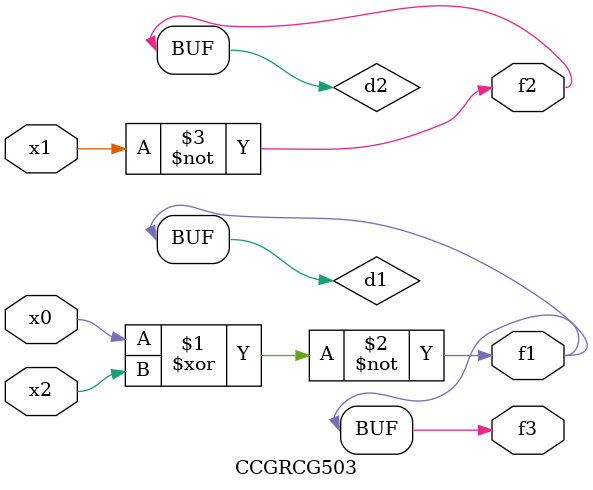
<source format=v>
module CCGRCG503(
	input x0, x1, x2,
	output f1, f2, f3
);

	wire d1, d2, d3;

	xnor (d1, x0, x2);
	nand (d2, x1);
	nor (d3, x1, x2);
	assign f1 = d1;
	assign f2 = d2;
	assign f3 = d1;
endmodule

</source>
